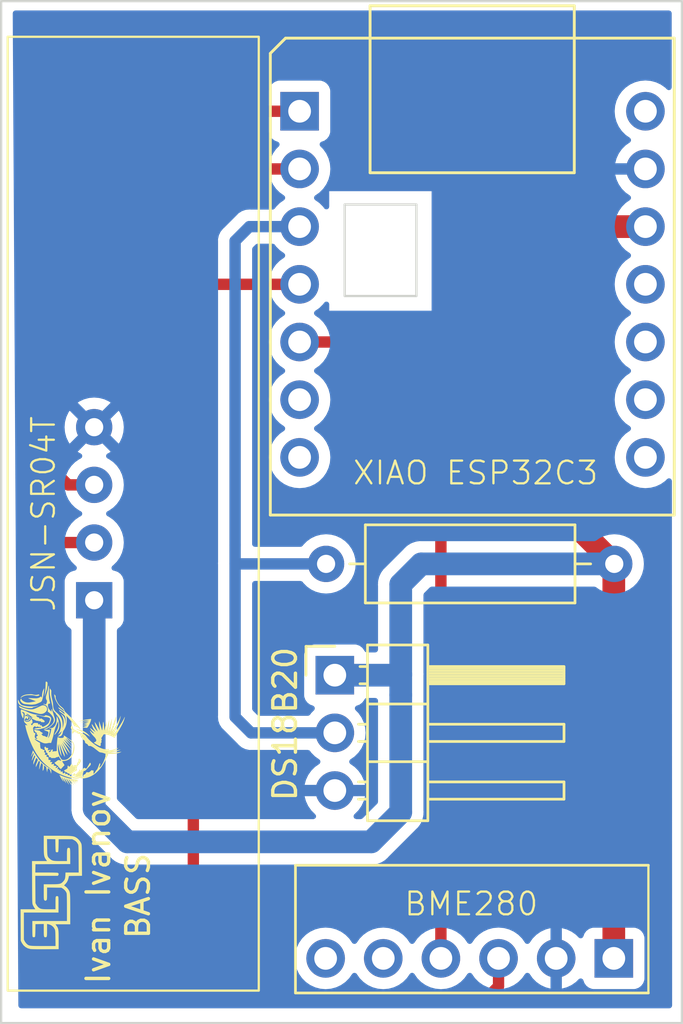
<source format=kicad_pcb>
(kicad_pcb (version 20221018) (generator pcbnew)
  (layers (0 "F.Cu" signal) (31 "B.Cu" signal) (34 "B.Paste" user) (35 "F.Paste" user) (36 "B.SilkS" user "B.Silkscreen") (37 "F.SilkS" user "F.Silkscreen") (38 "B.Mask" user) (39 "F.Mask" user) (44 "Edge.Cuts" user))
  (net 0 "")
  (net 1 "Trig")
  (net 2 "Echo")
  (net 3 "SCL")
  (net 4 "SDA")
  (net 11 "+3.3V")
  (net 12 "GNDD")
  (net 16 "DQ")
  (footprint "DR_Components_Footprints:bass" (layer "F.Cu") (at 85.21 80.26 90)
    (fp_text reference "G***" hide)
    (fp_text value "LOGO" hide)
  )
  (footprint "DR_Components_Footprints:JSN-SR04T" (layer "F.Cu") (at 86.1 69.3 90)
    (fp_text reference "U2" hide)
    (fp_text value "~" hide)
    (fp_text user "JSN-SR04T" (at -5.65 -1.65 90 unlocked) (layer "F.SilkS") (effects (font (thickness 0.1)) (justify left bottom)))
    (pad "1" thru_hole rect (at -5.08 0 270) (size 1.6 1.6) (drill 0.8) (layers "*.Cu" "*.Mask") (net 11 "+3.3V"))
    (pad "2" thru_hole circle (at -2.54 0 270) (size 1.6 1.6) (drill 0.8) (layers "*.Cu" "*.Mask") (net 1 "Trig"))
    (pad "3" thru_hole circle (at 0 0 270) (size 1.6 1.6) (drill 0.8) (layers "*.Cu" "*.Mask") (net 2 "Echo"))
    (pad "4" thru_hole circle (at 2.54 0 270) (size 1.6 1.6) (drill 0.8) (layers "*.Cu" "*.Mask") (net 12 "GNDD"))
  )
  (footprint "Resistor_THT:R_Axial_DIN0309_L9.0mm_D3.2mm_P12.70mm_Horizontal" (layer "F.Cu") (at 96.32 72.78)
    (fp_text reference "R1" hide)
    (fp_text value "4.7k" hide)
    (pad "1" thru_hole circle (at 0 0) (size 1.6 1.6) (drill 0.8) (layers "*.Cu" "*.Mask") (net 16 "DQ"))
    (pad "2" thru_hole oval (at 12.7 0) (size 1.6 1.6) (drill 0.8) (layers "*.Cu" "*.Mask") (net 11 "+3.3V"))
  )
  (footprint "DR_Components_Footprints:BME280" (layer "F.Cu") (at 94.71 85.766)
    (fp_text reference "U3" hide)
    (fp_text value "~" hide)
    (fp_text user "BME280" (at 4.989 2.57 unlocked) (layer "F.SilkS") (effects (font (thickness 0.1)) (justify left bottom)))
    (pad "1" thru_hole rect (at 14.29 4.384 270) (size 1.7 1.7) (drill 1) (layers "*.Cu" "*.Mask") (net 11 "+3.3V"))
    (pad "2" thru_hole oval (at 11.75 4.384 270) (size 1.7 1.7) (drill 1) (layers "*.Cu" "*.Mask") (net 12 "GNDD"))
    (pad "3" thru_hole oval (at 9.21 4.384 270) (size 1.7 1.7) (drill 1) (layers "*.Cu" "*.Mask") (net 3 "SCL"))
    (pad "4" thru_hole oval (at 6.67 4.384 270) (size 1.7 1.7) (drill 1) (layers "*.Cu" "*.Mask") (net 4 "SDA"))
    (pad "5" thru_hole oval (at 4.13 4.384 270) (size 1.7 1.7) (drill 1) (layers "*.Cu" "*.Mask"))
    (pad "6" thru_hole oval (at 1.59 4.384 270) (size 1.7 1.7) (drill 1) (layers "*.Cu" "*.Mask"))
  )
  (footprint "DR_Components_Footprints:3pin conn" (layer "F.Cu") (at 96.705 77.68)
    (fp_text reference "U4" hide)
    (fp_text value "~" hide)
    (pad "1" thru_hole rect (at 0 0) (size 1.7 1.7) (drill 1) (layers "*.Cu" "*.Mask") (net 11 "+3.3V"))
    (pad "2" thru_hole oval (at 0 2.54) (size 1.7 1.7) (drill 1) (layers "*.Cu" "*.Mask") (net 16 "DQ"))
    (pad "3" thru_hole oval (at 0 5.08) (size 1.7 1.7) (drill 1) (layers "*.Cu" "*.Mask") (net 12 "GNDD"))
  )
  (footprint "DR_Components_Footprints:logo" (layer "F.Cu") (at 84.196623 87.257705 90)
    (fp_text reference "G***" hide)
    (fp_text value "LOGO" hide)
  )
  (footprint "DR_Components_Footprints:XIAO ESP32C3" (layer "F.Cu") (at 93.88325 70.62925)
    (fp_text reference "U1" hide)
    (fp_text value "~" hide)
    (fp_text user "XIAO ESP32C3" (at 3.556 -1.27 unlocked) (layer "F.SilkS") (effects (font (thickness 0.1)) (justify left bottom)))
    (pad "1" thru_hole rect (at 1.27 -17.78) (size 1.7 1.7) (drill 1) (layers "*.Cu" "*.Mask") (net 1 "Trig"))
    (pad "2" thru_hole oval (at 1.27 -15.24) (size 1.7 1.7) (drill 1) (layers "*.Cu" "*.Mask") (net 2 "Echo"))
    (pad "3" thru_hole oval (at 1.27 -12.7) (size 1.7 1.7) (drill 1) (layers "*.Cu" "*.Mask") (net 16 "DQ"))
    (pad "4" thru_hole oval (at 1.27 -10.16) (size 1.7 1.7) (drill 1) (layers "*.Cu" "*.Mask") (net 3 "SCL"))
    (pad "5" thru_hole oval (at 1.27 -7.62) (size 1.7 1.7) (drill 1) (layers "*.Cu" "*.Mask") (net 4 "SDA"))
    (pad "6" thru_hole oval (at 1.27 -5.08) (size 1.7 1.7) (drill 1) (layers "*.Cu" "*.Mask"))
    (pad "7" thru_hole oval (at 1.27 -2.54) (size 1.7 1.7) (drill 1) (layers "*.Cu" "*.Mask"))
    (pad "8" thru_hole oval (at 16.51 -2.54) (size 1.7 1.7) (drill 1) (layers "*.Cu" "*.Mask"))
    (pad "9" thru_hole oval (at 16.51 -5.08) (size 1.7 1.7) (drill 1) (layers "*.Cu" "*.Mask"))
    (pad "10" thru_hole oval (at 16.51 -7.62) (size 1.7 1.7) (drill 1) (layers "*.Cu" "*.Mask"))
    (pad "11" thru_hole oval (at 16.51 -10.16) (size 1.7 1.7) (drill 1) (layers "*.Cu" "*.Mask"))
    (pad "12" thru_hole oval (at 16.51 -12.7) (size 1.7 1.7) (drill 1) (layers "*.Cu" "*.Mask") (net 11 "+3.3V"))
    (pad "13" thru_hole oval (at 16.51 -15.24) (size 1.7 1.7) (drill 1) (layers "*.Cu" "*.Mask") (net 12 "GNDD"))
    (pad "14" thru_hole circle (at 16.51 -17.78) (size 1.7 1.7) (drill 1) (layers "*.Cu" "*.Mask"))
  )
  (gr_rect (start 82 48) (end 112 93) (stroke (width 0.1)) (fill none) (layer "Edge.Cuts"))
  (gr_rect (start 97.14 56.955) (end 100.3 60.985) (stroke (width 0.1)) (fill none) (layer "Edge.Cuts"))
  (gr_text "DS18B20" (at 95.1 83.31 90) (layer "F.SilkS") (effects (font (size 1 1)) (justify left bottom)))
  (gr_text "Ivan Ivanov" (at 86.87 91.37 90) (layer "F.SilkS") (effects (font (size 1 1)) (justify left bottom)))
  (gr_text "BASS" (at 88.62 89.38 90) (layer "F.SilkS") (effects (font (size 1 1)) (justify left bottom)))
  (segment (start 82.89 70.39) (end 82.89 54.66) (width 0.5) (layer "F.Cu") (net 1))
  (segment (start 84.34 71.84) (end 82.89 70.39) (width 0.5) (layer "F.Cu") (net 1))
  (segment (start 86.1 71.84) (end 84.34 71.84) (width 0.5) (layer "F.Cu") (net 1))
  (segment (start 82.89 54.66) (end 84.70075 52.84925) (width 0.5) (layer "F.Cu") (net 1))
  (segment (start 84.70075 52.84925) (end 95.15325 52.84925) (width 0.5) (layer "F.Cu") (net 1))
  (segment (start 84.95 69.3) (end 84 68.35) (width 0.5) (layer "F.Cu") (net 2))
  (segment (start 84 56.77) (end 85.38075 55.38925) (width 0.5) (layer "F.Cu") (net 2))
  (segment (start 84 68.35) (end 84 56.77) (width 0.5) (layer "F.Cu") (net 2))
  (segment (start 86.1 69.3) (end 84.95 69.3) (width 0.5) (layer "F.Cu") (net 2))
  (segment (start 85.38075 55.38925) (end 95.15325 55.38925) (width 0.5) (layer "F.Cu") (net 2))
  (segment (start 91.12 91.83) (end 90.47 91.18) (width 0.5) (layer "F.Cu") (net 3))
  (segment (start 103.92 91.38) (end 103.48 91.82) (width 0.5) (layer "F.Cu") (net 3))
  (segment (start 103.48 91.82) (end 91.13 91.82) (width 0.5) (layer "F.Cu") (net 3))
  (segment (start 91.21075 60.46925) (end 95.15325 60.46925) (width 0.5) (layer "F.Cu") (net 3))
  (segment (start 90.47 61.21) (end 91.21075 60.46925) (width 0.5) (layer "F.Cu") (net 3))
  (segment (start 90.47 91.18) (end 90.47 61.21) (width 0.5) (layer "F.Cu") (net 3))
  (segment (start 103.92 90.15) (end 103.92 91.38) (width 0.5) (layer "F.Cu") (net 3))
  (segment (start 91.13 91.82) (end 91.12 91.83) (width 0.5) (layer "F.Cu") (net 3))
  (segment (start 101.38 90.15) (end 101.38 64.08) (width 0.5) (layer "F.Cu") (net 4))
  (segment (start 100.30925 63.00925) (end 95.15325 63.00925) (width 0.5) (layer "F.Cu") (net 4))
  (segment (start 101.38 64.08) (end 100.30925 63.00925) (width 0.5) (layer "F.Cu") (net 4))
  (segment (start 109 72.8) (end 109.02 72.78) (width 1) (layer "F.Cu") (net 11))
  (segment (start 107.39 58.88) (end 107.39 71.15) (width 1) (layer "F.Cu") (net 11))
  (segment (start 110.39325 57.92925) (end 108.34075 57.92925) (width 1) (layer "F.Cu") (net 11))
  (segment (start 107.39 71.15) (end 109.02 72.78) (width 1) (layer "F.Cu") (net 11))
  (segment (start 109 90.15) (end 109 72.8) (width 1) (layer "F.Cu") (net 11))
  (segment (start 108.34075 57.92925) (end 107.39 58.88) (width 1) (layer "F.Cu") (net 11))
  (segment (start 108.99 90.14) (end 109 90.15) (width 1) (layer "F.Cu") (net 11))
  (segment (start 100.51 72.78) (end 109.02 72.78) (width 1) (layer "B.Cu") (net 11))
  (segment (start 96.705 77.68) (end 99.58 77.68) (width 1) (layer "B.Cu") (net 11))
  (segment (start 99.61 73.68) (end 100.51 72.78) (width 1) (layer "B.Cu") (net 11))
  (segment (start 99.61 77.65) (end 99.61 73.68) (width 1) (layer "B.Cu") (net 11))
  (segment (start 99.61 78.55) (end 99.61 77.65) (width 1) (layer "B.Cu") (net 11))
  (segment (start 99.58 77.68) (end 99.61 77.65) (width 1) (layer "B.Cu") (net 11))
  (segment (start 86.1 83.56) (end 86.1 74.38) (width 1) (layer "B.Cu") (net 11))
  (segment (start 87.56 85.02) (end 86.1 83.56) (width 1) (layer "B.Cu") (net 11))
  (segment (start 98.31 85.02) (end 87.56 85.02) (width 1) (layer "B.Cu") (net 11))
  (segment (start 99.61 78.55) (end 99.61 83.72) (width 1) (layer "B.Cu") (net 11))
  (segment (start 99.61 83.72) (end 98.31 85.02) (width 1) (layer "B.Cu") (net 11))
  (segment (start 92.31 79.52) (end 93.01 80.22) (width 0.5) (layer "B.Cu") (net 16))
  (segment (start 95.15325 57.92925) (end 92.94075 57.92925) (width 0.5) (layer "B.Cu") (net 16))
  (segment (start 92.31 72.77) (end 92.31 79.52) (width 0.5) (layer "B.Cu") (net 16))
  (segment (start 92.31 58.56) (end 92.31 71.94) (width 0.5) (layer "B.Cu") (net 16))
  (segment (start 92.32 72.78) (end 92.31 72.77) (width 0.5) (layer "B.Cu") (net 16))
  (segment (start 93.01 80.22) (end 96.705 80.22) (width 0.5) (layer "B.Cu") (net 16))
  (segment (start 92.94075 57.92925) (end 92.31 58.56) (width 0.5) (layer "B.Cu") (net 16))
  (segment (start 92.31 71.94) (end 92.31 72.77) (width 0.5) (layer "B.Cu") (net 16))
  (segment (start 96.32 72.78) (end 92.32 72.78) (width 0.5) (layer "B.Cu") (net 16))
  (zone (net 12) (net_name "GNDD") (layer "B.Cu") (name "GNDD") (connect_pads (clearance 0.5)) (min_thickness 0.25) (fill yes (thermal_gap 0.5) (thermal_bridge_width 0.5))
    (polygon (pts (xy 82.51 48.41) (xy 111.55 48.41) (xy 111.57 92.35) (xy 82.76 92.35)))
  )
)
</source>
